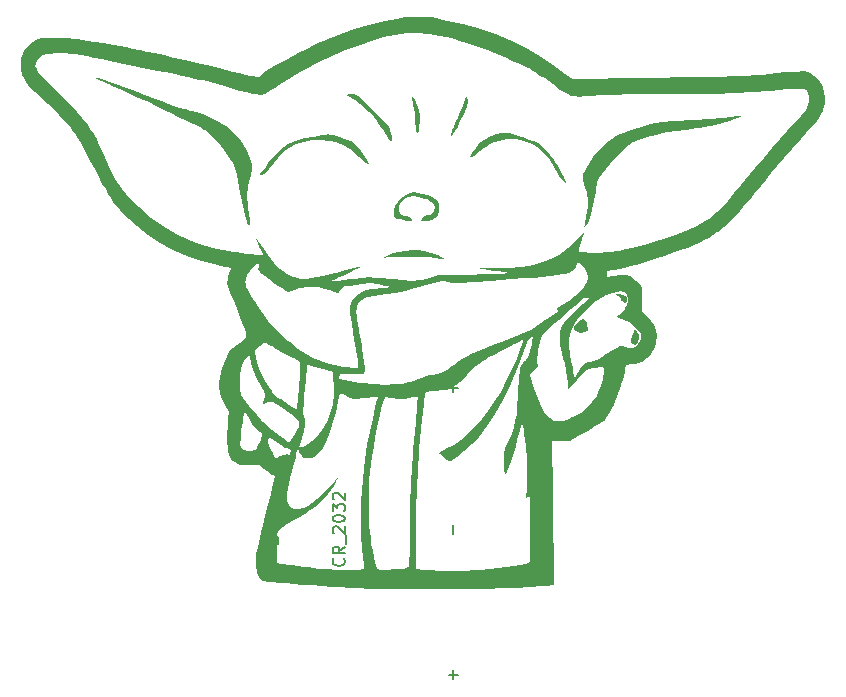
<source format=gbr>
%TF.GenerationSoftware,KiCad,Pcbnew,(6.0.0)*%
%TF.CreationDate,2022-03-29T21:45:28-05:00*%
%TF.ProjectId,Grogu,47726f67-752e-46b6-9963-61645f706362,rev?*%
%TF.SameCoordinates,Original*%
%TF.FileFunction,Legend,Top*%
%TF.FilePolarity,Positive*%
%FSLAX46Y46*%
G04 Gerber Fmt 4.6, Leading zero omitted, Abs format (unit mm)*
G04 Created by KiCad (PCBNEW (6.0.0)) date 2022-03-29 21:45:28*
%MOMM*%
%LPD*%
G01*
G04 APERTURE LIST*
%ADD10C,0.150000*%
G04 APERTURE END LIST*
D10*
%TO.C,BT1*%
X127903571Y-123648866D02*
X127951190Y-123506009D01*
X127998809Y-123458390D01*
X128094047Y-123410771D01*
X128236904Y-123410771D01*
X128332142Y-123458390D01*
X128379761Y-123506009D01*
X128427380Y-123601247D01*
X128427380Y-123982199D01*
X127427380Y-123982199D01*
X127427380Y-123648866D01*
X127475000Y-123553628D01*
X127522619Y-123506009D01*
X127617857Y-123458390D01*
X127713095Y-123458390D01*
X127808333Y-123506009D01*
X127855952Y-123553628D01*
X127903571Y-123648866D01*
X127903571Y-123982199D01*
X127427380Y-123125056D02*
X127427380Y-122553628D01*
X128427380Y-122839342D02*
X127427380Y-122839342D01*
X128427380Y-121696485D02*
X128427380Y-122267913D01*
X128427380Y-121982199D02*
X127427380Y-121982199D01*
X127570238Y-122077437D01*
X127665476Y-122172675D01*
X127713095Y-122267913D01*
X143259628Y-135486904D02*
X143259628Y-134724999D01*
X143640580Y-135105952D02*
X142878676Y-135105952D01*
X143259628Y-123193304D02*
X143259628Y-122431399D01*
X133969542Y-125237742D02*
X134017161Y-125285361D01*
X134064780Y-125428218D01*
X134064780Y-125523456D01*
X134017161Y-125666313D01*
X133921923Y-125761552D01*
X133826685Y-125809171D01*
X133636209Y-125856790D01*
X133493352Y-125856790D01*
X133302876Y-125809171D01*
X133207638Y-125761552D01*
X133112400Y-125666313D01*
X133064780Y-125523456D01*
X133064780Y-125428218D01*
X133112400Y-125285361D01*
X133160019Y-125237742D01*
X134064780Y-124237742D02*
X133588590Y-124571075D01*
X134064780Y-124809171D02*
X133064780Y-124809171D01*
X133064780Y-124428218D01*
X133112400Y-124332980D01*
X133160019Y-124285361D01*
X133255257Y-124237742D01*
X133398114Y-124237742D01*
X133493352Y-124285361D01*
X133540971Y-124332980D01*
X133588590Y-124428218D01*
X133588590Y-124809171D01*
X134160019Y-124047266D02*
X134160019Y-123285361D01*
X133160019Y-123094885D02*
X133112400Y-123047266D01*
X133064780Y-122952028D01*
X133064780Y-122713932D01*
X133112400Y-122618694D01*
X133160019Y-122571075D01*
X133255257Y-122523456D01*
X133350495Y-122523456D01*
X133493352Y-122571075D01*
X134064780Y-123142504D01*
X134064780Y-122523456D01*
X133064780Y-121904409D02*
X133064780Y-121809171D01*
X133112400Y-121713932D01*
X133160019Y-121666313D01*
X133255257Y-121618694D01*
X133445733Y-121571075D01*
X133683828Y-121571075D01*
X133874304Y-121618694D01*
X133969542Y-121666313D01*
X134017161Y-121713932D01*
X134064780Y-121809171D01*
X134064780Y-121904409D01*
X134017161Y-121999647D01*
X133969542Y-122047266D01*
X133874304Y-122094885D01*
X133683828Y-122142504D01*
X133445733Y-122142504D01*
X133255257Y-122094885D01*
X133160019Y-122047266D01*
X133112400Y-121999647D01*
X133064780Y-121904409D01*
X133064780Y-121237742D02*
X133064780Y-120618694D01*
X133445733Y-120952028D01*
X133445733Y-120809171D01*
X133493352Y-120713932D01*
X133540971Y-120666313D01*
X133636209Y-120618694D01*
X133874304Y-120618694D01*
X133969542Y-120666313D01*
X134017161Y-120713932D01*
X134064780Y-120809171D01*
X134064780Y-121094885D01*
X134017161Y-121190123D01*
X133969542Y-121237742D01*
X133160019Y-120237742D02*
X133112400Y-120190123D01*
X133064780Y-120094885D01*
X133064780Y-119856790D01*
X133112400Y-119761552D01*
X133160019Y-119713932D01*
X133255257Y-119666313D01*
X133350495Y-119666313D01*
X133493352Y-119713932D01*
X134064780Y-120285361D01*
X134064780Y-119666313D01*
X143259628Y-111179104D02*
X143259628Y-110417199D01*
X143640580Y-110798152D02*
X142878676Y-110798152D01*
%TO.C,G\u002A\u002A\u002A*%
G36*
X140351129Y-99160022D02*
G01*
X140651199Y-99176148D01*
X140894755Y-99207463D01*
X141122149Y-99259302D01*
X141373735Y-99337002D01*
X141395811Y-99344393D01*
X141703400Y-99455517D01*
X141992490Y-99573647D01*
X142243693Y-99688839D01*
X142437616Y-99791145D01*
X142554869Y-99870621D01*
X142576062Y-99917321D01*
X142528514Y-99925371D01*
X142375462Y-99908581D01*
X142139991Y-99869193D01*
X141876352Y-99816420D01*
X141642045Y-99782062D01*
X141296540Y-99753016D01*
X140865852Y-99729732D01*
X140375995Y-99712661D01*
X139852981Y-99702253D01*
X139322826Y-99698960D01*
X138811543Y-99703233D01*
X138345145Y-99715522D01*
X137949648Y-99736277D01*
X137826081Y-99746230D01*
X137276892Y-99796109D01*
X137646744Y-99623294D01*
X138165783Y-99407955D01*
X138665380Y-99264229D01*
X139191932Y-99182675D01*
X139791832Y-99153852D01*
X139954189Y-99153748D01*
X140351129Y-99160022D01*
G37*
G36*
X157408835Y-102837151D02*
G01*
X157654549Y-102891276D01*
X157845720Y-102981871D01*
X157938763Y-103090135D01*
X157955572Y-103250358D01*
X157927255Y-103418324D01*
X157867726Y-103540972D01*
X157812558Y-103571400D01*
X157701394Y-103532119D01*
X157579730Y-103460054D01*
X157464242Y-103340244D01*
X157425271Y-103236099D01*
X157367850Y-103132861D01*
X157222376Y-103019154D01*
X157167838Y-102988905D01*
X156910406Y-102857921D01*
X157150676Y-102833218D01*
X157408835Y-102837151D01*
G37*
G36*
X147982804Y-89242521D02*
G01*
X148337061Y-89309425D01*
X148748424Y-89430644D01*
X149155961Y-89574197D01*
X149669290Y-89767420D01*
X150073736Y-89931678D01*
X150391510Y-90078803D01*
X150644825Y-90220626D01*
X150855893Y-90368976D01*
X151046927Y-90535684D01*
X151146583Y-90634437D01*
X151288566Y-90801159D01*
X151465167Y-91041026D01*
X151665361Y-91335391D01*
X151878121Y-91665610D01*
X152092421Y-92013038D01*
X152297236Y-92359030D01*
X152481540Y-92684940D01*
X152634306Y-92972124D01*
X152744510Y-93201936D01*
X152801125Y-93355730D01*
X152793125Y-93414863D01*
X152790874Y-93415000D01*
X152724891Y-93372107D01*
X152590670Y-93260674D01*
X152448517Y-93133329D01*
X152227903Y-92884969D01*
X151997944Y-92533710D01*
X151780727Y-92129581D01*
X151421111Y-91496172D01*
X151033507Y-90983107D01*
X150602826Y-90574039D01*
X150113976Y-90252623D01*
X149987866Y-90187471D01*
X149271815Y-89902819D01*
X148554994Y-89752217D01*
X147844453Y-89735725D01*
X147147246Y-89853402D01*
X146470425Y-90105309D01*
X146366854Y-90156858D01*
X146218968Y-90246929D01*
X145995136Y-90399907D01*
X145727081Y-90593507D01*
X145476607Y-90782239D01*
X145215261Y-90978249D01*
X144988765Y-91138745D01*
X144821395Y-91247152D01*
X144737477Y-91286892D01*
X144706744Y-91237389D01*
X144747601Y-91105081D01*
X144845745Y-90914272D01*
X144986869Y-90689269D01*
X145156669Y-90454374D01*
X145340839Y-90233892D01*
X145385499Y-90185917D01*
X145830196Y-89791475D01*
X146309267Y-89515362D01*
X146856274Y-89338611D01*
X146902779Y-89328449D01*
X147301653Y-89255958D01*
X147649665Y-89226007D01*
X147982804Y-89242521D01*
G37*
G36*
X140290546Y-94267168D02*
G01*
X140691386Y-94344419D01*
X141082914Y-94460329D01*
X141435569Y-94604050D01*
X141719790Y-94764730D01*
X141906016Y-94931520D01*
X141940182Y-94984602D01*
X142018176Y-95234071D01*
X142046359Y-95544964D01*
X142025266Y-95858991D01*
X141955431Y-96117865D01*
X141929338Y-96168975D01*
X141733152Y-96376695D01*
X141426166Y-96541638D01*
X141031098Y-96653005D01*
X140854096Y-96680059D01*
X140629850Y-96702028D01*
X140517035Y-96697034D01*
X140491859Y-96661910D01*
X140503903Y-96633445D01*
X140731290Y-96359133D01*
X141056983Y-96169787D01*
X141207841Y-96118443D01*
X141444078Y-96034216D01*
X141580005Y-95939062D01*
X141644628Y-95829548D01*
X141690589Y-95538245D01*
X141608388Y-95267366D01*
X141406946Y-95029691D01*
X141095185Y-94838001D01*
X140900239Y-94763238D01*
X140339156Y-94624453D01*
X139847364Y-94590623D01*
X139431412Y-94661360D01*
X139097850Y-94836278D01*
X139054476Y-94872224D01*
X138782597Y-95164594D01*
X138644868Y-95450204D01*
X138638902Y-95736722D01*
X138717761Y-95953545D01*
X138792872Y-96075065D01*
X138888509Y-96153261D01*
X139042167Y-96207292D01*
X139291336Y-96256315D01*
X139319709Y-96261133D01*
X139508476Y-96330151D01*
X139669108Y-96450173D01*
X139766232Y-96587366D01*
X139771860Y-96693606D01*
X139699370Y-96703817D01*
X139523031Y-96685924D01*
X139272529Y-96643747D01*
X139083454Y-96605002D01*
X138787466Y-96533976D01*
X138535175Y-96461665D01*
X138361823Y-96398762D01*
X138311157Y-96370656D01*
X138235504Y-96231542D01*
X138205896Y-96007546D01*
X138222594Y-95743225D01*
X138285860Y-95483136D01*
X138305649Y-95431876D01*
X138535567Y-95026362D01*
X138847503Y-94685609D01*
X139215588Y-94428844D01*
X139613953Y-94275296D01*
X139909956Y-94239428D01*
X140290546Y-94267168D01*
G37*
G36*
X144436246Y-86203237D02*
G01*
X144468632Y-86410989D01*
X144475968Y-86563986D01*
X144473945Y-86697826D01*
X144455772Y-86831704D01*
X144413764Y-86986014D01*
X144340239Y-87181150D01*
X144227513Y-87437507D01*
X144067903Y-87775479D01*
X143854016Y-88214865D01*
X143616861Y-88688495D01*
X143420182Y-89059964D01*
X143267669Y-89322803D01*
X143163010Y-89470546D01*
X143119743Y-89502028D01*
X143062902Y-89486799D01*
X143051981Y-89419675D01*
X143086483Y-89268501D01*
X143114635Y-89171419D01*
X143181588Y-88983715D01*
X143294109Y-88707967D01*
X143437246Y-88379370D01*
X143596046Y-88033118D01*
X143617731Y-87987230D01*
X143780919Y-87627578D01*
X143931895Y-87266629D01*
X144054569Y-86944681D01*
X144132847Y-86702036D01*
X144136508Y-86688046D01*
X144229850Y-86372074D01*
X144313295Y-86185080D01*
X144383280Y-86128368D01*
X144436246Y-86203237D01*
G37*
G36*
X126994826Y-123030698D02*
G01*
X127150042Y-122414859D01*
X127336126Y-121680231D01*
X127351610Y-121619155D01*
X127515627Y-120970928D01*
X127668873Y-120362801D01*
X127808108Y-119807811D01*
X127930090Y-119318994D01*
X128031578Y-118909389D01*
X128109330Y-118592032D01*
X128160105Y-118379960D01*
X128180662Y-118286212D01*
X128180946Y-118283399D01*
X128121647Y-118225622D01*
X127973127Y-118158511D01*
X127907736Y-118137039D01*
X127702505Y-118039460D01*
X127449988Y-117866066D01*
X127225524Y-117676520D01*
X126816521Y-117297855D01*
X126142923Y-117343589D01*
X125674124Y-117359468D01*
X125307671Y-117330585D01*
X125013947Y-117250075D01*
X124763334Y-117111076D01*
X124612717Y-116989000D01*
X124444695Y-116815306D01*
X124319441Y-116624772D01*
X124231208Y-116394681D01*
X124174251Y-116102313D01*
X124142822Y-115724950D01*
X124135976Y-115439808D01*
X125235769Y-115439808D01*
X125236500Y-115636240D01*
X125258049Y-115758614D01*
X125304176Y-115838226D01*
X125340592Y-115874422D01*
X125576204Y-116016882D01*
X125867689Y-116100040D01*
X126167968Y-116118877D01*
X126429961Y-116068373D01*
X126548549Y-116003208D01*
X126645228Y-115880661D01*
X126762232Y-115667440D01*
X126881989Y-115404835D01*
X126942255Y-115249371D01*
X127569833Y-115249371D01*
X127588493Y-115452450D01*
X127645863Y-115668027D01*
X127654794Y-115691487D01*
X127734356Y-115873779D01*
X127842687Y-116097682D01*
X127962458Y-116330492D01*
X128076342Y-116539501D01*
X128167010Y-116692004D01*
X128217134Y-116755294D01*
X128218541Y-116755541D01*
X128294582Y-116726952D01*
X128452868Y-116653298D01*
X128592838Y-116583919D01*
X128919051Y-116450017D01*
X129165812Y-116417781D01*
X129324804Y-116485237D01*
X129384863Y-116490901D01*
X129442107Y-116373601D01*
X129467012Y-116285276D01*
X129505683Y-116111103D01*
X129488653Y-116026147D01*
X129394091Y-115986569D01*
X129309946Y-115969916D01*
X129162479Y-115915471D01*
X129025372Y-115845946D01*
X130172061Y-115845946D01*
X130227992Y-115867764D01*
X130371952Y-115844291D01*
X130565673Y-115784087D01*
X130706757Y-115726329D01*
X130964492Y-115571018D01*
X131267734Y-115327855D01*
X131587396Y-115024258D01*
X131894392Y-114687641D01*
X132135292Y-114379849D01*
X132549001Y-113702795D01*
X132852145Y-112977898D01*
X133047373Y-112193940D01*
X133137335Y-111339699D01*
X133124681Y-110403957D01*
X133112889Y-110240644D01*
X133087320Y-109946626D01*
X133616091Y-109946626D01*
X133673623Y-110025368D01*
X133825470Y-110079898D01*
X133857551Y-110088353D01*
X134122225Y-110146541D01*
X134489814Y-110213036D01*
X134926570Y-110282975D01*
X135398746Y-110351492D01*
X135872593Y-110413723D01*
X136314362Y-110464802D01*
X136690307Y-110499867D01*
X136735605Y-110503209D01*
X137509361Y-110534179D01*
X138223257Y-110508669D01*
X138924460Y-110427301D01*
X139184829Y-110373942D01*
X139526723Y-110284479D01*
X139903460Y-110171934D01*
X140228784Y-110063422D01*
X140596114Y-109940730D01*
X140968457Y-109828347D01*
X141299655Y-109739557D01*
X141522379Y-109691145D01*
X141852937Y-109624690D01*
X142134951Y-109541366D01*
X142400991Y-109425341D01*
X142683631Y-109260782D01*
X143015444Y-109031853D01*
X143276013Y-108838702D01*
X143506999Y-108668125D01*
X143728665Y-108514051D01*
X143954829Y-108369855D01*
X144199311Y-108228913D01*
X144475926Y-108084600D01*
X144798494Y-107930293D01*
X145180833Y-107759368D01*
X145636759Y-107565201D01*
X146180092Y-107341167D01*
X146824648Y-107080643D01*
X147539865Y-106794690D01*
X149839595Y-105878149D01*
X151032144Y-105089509D01*
X151429383Y-104825911D01*
X151724239Y-104626664D01*
X151929319Y-104481097D01*
X152057231Y-104378543D01*
X152120582Y-104308332D01*
X152131980Y-104259796D01*
X152104032Y-104222266D01*
X152078663Y-104203909D01*
X152015455Y-104153896D01*
X152007265Y-104105435D01*
X152070655Y-104041180D01*
X152222188Y-103943790D01*
X152456158Y-103808605D01*
X153045677Y-103439376D01*
X153560880Y-103049592D01*
X153991229Y-102650731D01*
X154326187Y-102254273D01*
X154555215Y-101871694D01*
X154667778Y-101514472D01*
X154677817Y-101388619D01*
X154612958Y-101039898D01*
X154412983Y-100693160D01*
X154156218Y-100416895D01*
X153946026Y-100245344D01*
X153807046Y-100186715D01*
X153733648Y-100240152D01*
X153718243Y-100350177D01*
X153659426Y-100525510D01*
X153503515Y-100721366D01*
X153281320Y-100908357D01*
X153023655Y-101057099D01*
X152941805Y-101090697D01*
X152754926Y-101138103D01*
X152438477Y-101191793D01*
X152000007Y-101250996D01*
X151447063Y-101314940D01*
X150787190Y-101382853D01*
X150027937Y-101453963D01*
X149176850Y-101527500D01*
X148241477Y-101602691D01*
X147229364Y-101678765D01*
X147093649Y-101688600D01*
X146579307Y-101726183D01*
X146033756Y-101766847D01*
X145499997Y-101807331D01*
X145021036Y-101844377D01*
X144668877Y-101872367D01*
X144182748Y-101905922D01*
X143785305Y-101917883D01*
X143429616Y-101908068D01*
X143068748Y-101876292D01*
X142979170Y-101865747D01*
X142272613Y-101779394D01*
X140976104Y-102125195D01*
X140012361Y-102372199D01*
X139146291Y-102571831D01*
X138349004Y-102729943D01*
X137591613Y-102852389D01*
X137030719Y-102924528D01*
X136488595Y-102999575D01*
X136064416Y-103090429D01*
X135739054Y-103204974D01*
X135493387Y-103351091D01*
X135308289Y-103536663D01*
X135217341Y-103671936D01*
X135145219Y-103811824D01*
X135093871Y-103961366D01*
X135064277Y-104136086D01*
X135057417Y-104351504D01*
X135074269Y-104623146D01*
X135115814Y-104966532D01*
X135183030Y-105397187D01*
X135276898Y-105930632D01*
X135398395Y-106582390D01*
X135402264Y-106602804D01*
X135545411Y-107392881D01*
X135653774Y-108068174D01*
X135727021Y-108625431D01*
X135764816Y-109061400D01*
X135766827Y-109372829D01*
X135732720Y-109556467D01*
X135709105Y-109593199D01*
X135621224Y-109613446D01*
X135423206Y-109626748D01*
X135142040Y-109633012D01*
X134804716Y-109632142D01*
X134438223Y-109624045D01*
X134069551Y-109608627D01*
X133913108Y-109599468D01*
X133736476Y-109595902D01*
X133653969Y-109635185D01*
X133623122Y-109746263D01*
X133617281Y-109801123D01*
X133616091Y-109946626D01*
X133087320Y-109946626D01*
X133085568Y-109926477D01*
X133058746Y-109666187D01*
X133035626Y-109488121D01*
X133020255Y-109421156D01*
X132948903Y-109393980D01*
X132774144Y-109338891D01*
X132522959Y-109263581D01*
X132222329Y-109175743D01*
X131899234Y-109083069D01*
X131580655Y-108993252D01*
X131293572Y-108913983D01*
X131064966Y-108852955D01*
X130921817Y-108817861D01*
X130886850Y-108812909D01*
X130878598Y-108882049D01*
X130860143Y-109071236D01*
X130833011Y-109363721D01*
X130798725Y-109742757D01*
X130758812Y-110191596D01*
X130714794Y-110693487D01*
X130696198Y-110907432D01*
X130645213Y-111502827D01*
X130606535Y-111977133D01*
X130579630Y-112345958D01*
X130563967Y-112624908D01*
X130559011Y-112829590D01*
X130564231Y-112975611D01*
X130579094Y-113078579D01*
X130603066Y-113154100D01*
X130618376Y-113186591D01*
X130714182Y-113511784D01*
X130715419Y-113934459D01*
X130622028Y-114455255D01*
X130446352Y-115039325D01*
X130341039Y-115344029D01*
X130254426Y-115597022D01*
X130195216Y-115772710D01*
X130172112Y-115845500D01*
X130172061Y-115845946D01*
X129025372Y-115845946D01*
X128935113Y-115800177D01*
X128660567Y-115641724D01*
X128410101Y-115483390D01*
X128138086Y-115308681D01*
X127903034Y-115166315D01*
X127730985Y-115071502D01*
X127649850Y-115039325D01*
X127590185Y-115098445D01*
X127569833Y-115249371D01*
X126942255Y-115249371D01*
X126986927Y-115134134D01*
X127059474Y-114896628D01*
X127082568Y-114748402D01*
X127030508Y-114656850D01*
X126896566Y-114525185D01*
X126774367Y-114429374D01*
X126423708Y-114106488D01*
X126115887Y-113683157D01*
X125923899Y-113308283D01*
X125807577Y-113078958D01*
X125694572Y-112927218D01*
X125601170Y-112869699D01*
X125544390Y-112920647D01*
X125510838Y-113070556D01*
X125467837Y-113325340D01*
X125419571Y-113653254D01*
X125370224Y-114022554D01*
X125323981Y-114401496D01*
X125285026Y-114758337D01*
X125257544Y-115061331D01*
X125252095Y-115138021D01*
X125235769Y-115439808D01*
X124135976Y-115439808D01*
X124131175Y-115239873D01*
X124130676Y-115083232D01*
X124136286Y-114656842D01*
X124151637Y-114218889D01*
X124174514Y-113815950D01*
X124202698Y-113494600D01*
X124208639Y-113445294D01*
X124286602Y-112837371D01*
X123882914Y-112047145D01*
X123713656Y-111710177D01*
X123598353Y-111458968D01*
X123525681Y-111258491D01*
X123484318Y-111073720D01*
X123462939Y-110869627D01*
X123455001Y-110723465D01*
X123459897Y-110371217D01*
X125195759Y-110371217D01*
X125200483Y-110741672D01*
X125216664Y-111010332D01*
X125249010Y-111212533D01*
X125302228Y-111383611D01*
X125343519Y-111480337D01*
X125467672Y-111694086D01*
X125673528Y-111983270D01*
X125944307Y-112327664D01*
X126263225Y-112707043D01*
X126613500Y-113101182D01*
X126978350Y-113489855D01*
X127185878Y-113700676D01*
X127390342Y-113893802D01*
X127648115Y-114121414D01*
X127940123Y-114368433D01*
X128247287Y-114619783D01*
X128550532Y-114860385D01*
X128830782Y-115075161D01*
X129068960Y-115249035D01*
X129245990Y-115366928D01*
X129342796Y-115413763D01*
X129351987Y-115412746D01*
X129401459Y-115349126D01*
X129507278Y-115192637D01*
X129653628Y-114967211D01*
X129815366Y-114711683D01*
X130028149Y-114354900D01*
X130163029Y-114081442D01*
X130227937Y-113867476D01*
X130230805Y-113689171D01*
X130197098Y-113564724D01*
X130124765Y-113482012D01*
X129962576Y-113345684D01*
X129736257Y-113176231D01*
X129527774Y-113031567D01*
X129229372Y-112827568D01*
X128934906Y-112620031D01*
X128686866Y-112439183D01*
X128576656Y-112354997D01*
X128247977Y-112127094D01*
X127958006Y-112007361D01*
X127669654Y-111989488D01*
X127345833Y-112067165D01*
X127203439Y-112121374D01*
X127139292Y-112137473D01*
X127128814Y-112095059D01*
X127174175Y-111968809D01*
X127226923Y-111847196D01*
X127317306Y-111579329D01*
X127326474Y-111334977D01*
X127247814Y-111079579D01*
X127074712Y-110778574D01*
X127002142Y-110672452D01*
X126630718Y-110065303D01*
X126342588Y-109431173D01*
X126157400Y-108813477D01*
X126154397Y-108799279D01*
X126096891Y-108524487D01*
X126046451Y-108283392D01*
X126013005Y-108123449D01*
X126010573Y-108111811D01*
X125985679Y-108028862D01*
X125945742Y-108020772D01*
X125870119Y-108100415D01*
X125738167Y-108280665D01*
X125736851Y-108282515D01*
X125487081Y-108712894D01*
X125317648Y-109198146D01*
X125222605Y-109761228D01*
X125195759Y-110371217D01*
X123459897Y-110371217D01*
X123460374Y-110336870D01*
X123515204Y-109928504D01*
X123625267Y-109474149D01*
X123796342Y-108949590D01*
X124013948Y-108380782D01*
X124265041Y-107756775D01*
X126485379Y-107756775D01*
X126499904Y-107882804D01*
X126639634Y-108605864D01*
X126811984Y-109217025D01*
X127026044Y-109739653D01*
X127290903Y-110197117D01*
X127517430Y-110498377D01*
X127682860Y-110716786D01*
X127815101Y-110925341D01*
X127881273Y-111067755D01*
X127929230Y-111161720D01*
X128031029Y-111276342D01*
X128200869Y-111423515D01*
X128452947Y-111615137D01*
X128801463Y-111863102D01*
X128970406Y-111980284D01*
X129336223Y-112231146D01*
X129605266Y-112410507D01*
X129792648Y-112526443D01*
X129913479Y-112587028D01*
X129982872Y-112600338D01*
X130015937Y-112574446D01*
X130024599Y-112543609D01*
X130036788Y-112437562D01*
X130058562Y-112214419D01*
X130088131Y-111893910D01*
X130123706Y-111495763D01*
X130163497Y-111039709D01*
X130203032Y-110577163D01*
X130250495Y-109998935D01*
X130284195Y-109543203D01*
X130304655Y-109195911D01*
X130312396Y-108943000D01*
X130307941Y-108770416D01*
X130291812Y-108664102D01*
X130275599Y-108624338D01*
X130174486Y-108532987D01*
X129984136Y-108417138D01*
X129743885Y-108300442D01*
X129719599Y-108290046D01*
X129491114Y-108182255D01*
X129180482Y-108020123D01*
X128821870Y-107822250D01*
X128449450Y-107607239D01*
X128286867Y-107510094D01*
X127917471Y-107287029D01*
X127643215Y-107130021D01*
X127440248Y-107036630D01*
X127284720Y-107004416D01*
X127152780Y-107030940D01*
X127020578Y-107113760D01*
X126864264Y-107250436D01*
X126753395Y-107353202D01*
X126587149Y-107515714D01*
X126504969Y-107635282D01*
X126485379Y-107756775D01*
X124265041Y-107756775D01*
X124302298Y-107664186D01*
X124951879Y-107161808D01*
X125210239Y-106958595D01*
X125429315Y-106779914D01*
X125585485Y-106645459D01*
X125654477Y-106575999D01*
X125697471Y-106464408D01*
X125705630Y-106309189D01*
X125675571Y-106099782D01*
X125603913Y-105825624D01*
X125487273Y-105476154D01*
X125322270Y-105040810D01*
X125105522Y-104509032D01*
X124833648Y-103870257D01*
X124660842Y-103472808D01*
X124441775Y-102955920D01*
X124283859Y-102537234D01*
X124183527Y-102193863D01*
X124137212Y-101902920D01*
X124138174Y-101842123D01*
X125657261Y-101842123D01*
X125677535Y-102025011D01*
X125743243Y-102236033D01*
X125862452Y-102494658D01*
X126043228Y-102820356D01*
X126293637Y-103232598D01*
X126379135Y-103369055D01*
X126821597Y-104056193D01*
X127223529Y-104642440D01*
X127604176Y-105150506D01*
X127982788Y-105603100D01*
X128378612Y-106022932D01*
X128810895Y-106432710D01*
X129298885Y-106855145D01*
X129416622Y-106952852D01*
X130096284Y-107481060D01*
X130745542Y-107911981D01*
X131395905Y-108259907D01*
X132078881Y-108539135D01*
X132825977Y-108763960D01*
X133668702Y-108948676D01*
X133913108Y-108992898D01*
X134375981Y-109068839D01*
X134721085Y-109113285D01*
X134964200Y-109126615D01*
X135121102Y-109109210D01*
X135207570Y-109061447D01*
X135230017Y-109024527D01*
X135228465Y-108932060D01*
X135204197Y-108721589D01*
X135159820Y-108410055D01*
X135097945Y-108014395D01*
X135021178Y-107551549D01*
X134932129Y-107038455D01*
X134875469Y-106722237D01*
X134747576Y-106003415D01*
X134648262Y-105404003D01*
X134578056Y-104909007D01*
X134537488Y-104503435D01*
X134527087Y-104172293D01*
X134547381Y-103900590D01*
X134598901Y-103673333D01*
X134682175Y-103475529D01*
X134797733Y-103292186D01*
X134946103Y-103108310D01*
X135005390Y-103041599D01*
X135243923Y-102821886D01*
X135524906Y-102655928D01*
X135872939Y-102534662D01*
X136312623Y-102449027D01*
X136746816Y-102400089D01*
X137086320Y-102367103D01*
X137394073Y-102331759D01*
X137633431Y-102298590D01*
X137757433Y-102275054D01*
X137963379Y-102221058D01*
X137688784Y-102171081D01*
X137485164Y-102133196D01*
X137203991Y-102079843D01*
X136902460Y-102021884D01*
X136871075Y-102015805D01*
X136187875Y-101946916D01*
X135489181Y-101993386D01*
X134967838Y-102108183D01*
X134627804Y-102175391D01*
X134337251Y-102172136D01*
X134047843Y-102177095D01*
X133829122Y-102299152D01*
X133675041Y-102539953D01*
X133603078Y-102683428D01*
X133544729Y-102750541D01*
X133540701Y-102751217D01*
X133460640Y-102729718D01*
X133279563Y-102671445D01*
X133025776Y-102585736D01*
X132776732Y-102499233D01*
X132436655Y-102384100D01*
X132171179Y-102310201D01*
X131927208Y-102268325D01*
X131651647Y-102249265D01*
X131304460Y-102243866D01*
X130944313Y-102246557D01*
X130675331Y-102262975D01*
X130451553Y-102299981D01*
X130227016Y-102364433D01*
X130034460Y-102433414D01*
X129770634Y-102529772D01*
X129540971Y-102609206D01*
X129388459Y-102656940D01*
X129371997Y-102661148D01*
X129281167Y-102649730D01*
X129126549Y-102581759D01*
X128897233Y-102450925D01*
X128582304Y-102250916D01*
X128170850Y-101975421D01*
X128085159Y-101916962D01*
X127644995Y-101611643D01*
X127309062Y-101365275D01*
X127065150Y-101164062D01*
X126901049Y-100994210D01*
X126804550Y-100841922D01*
X126763442Y-100693403D01*
X126765517Y-100534858D01*
X126779918Y-100442213D01*
X126826795Y-100192336D01*
X126615715Y-100317024D01*
X126319513Y-100552430D01*
X126044172Y-100878140D01*
X125822102Y-101247649D01*
X125685711Y-101614449D01*
X125674355Y-101667898D01*
X125657261Y-101842123D01*
X124138174Y-101842123D01*
X124141347Y-101641519D01*
X124192366Y-101386774D01*
X124286703Y-101115799D01*
X124291612Y-101103591D01*
X124377753Y-100884215D01*
X124436129Y-100723623D01*
X124454703Y-100655023D01*
X124454365Y-100654599D01*
X124386049Y-100636684D01*
X124206464Y-100593168D01*
X123938103Y-100529408D01*
X123603459Y-100450759D01*
X123341216Y-100389574D01*
X121956290Y-100023681D01*
X120683334Y-99594011D01*
X119509465Y-99093904D01*
X118421802Y-98516703D01*
X117407464Y-97855750D01*
X116453569Y-97104386D01*
X115767379Y-96474909D01*
X115443171Y-96155715D01*
X115162139Y-95869289D01*
X114914118Y-95600578D01*
X114688939Y-95334529D01*
X114476438Y-95056089D01*
X114266446Y-94750207D01*
X114048798Y-94401829D01*
X113813327Y-93995902D01*
X113549865Y-93517375D01*
X113248247Y-92951194D01*
X112898306Y-92282307D01*
X112773374Y-92042028D01*
X112440746Y-91402964D01*
X112162064Y-90871416D01*
X111928781Y-90432652D01*
X111732353Y-90071935D01*
X111564231Y-89774534D01*
X111415869Y-89525713D01*
X111278721Y-89310738D01*
X111144241Y-89114877D01*
X111003881Y-88923394D01*
X110849096Y-88721556D01*
X110842102Y-88712568D01*
X110609617Y-88435127D01*
X110287865Y-88082642D01*
X109891490Y-87669804D01*
X109435139Y-87211305D01*
X108933456Y-86721836D01*
X108401088Y-86216090D01*
X107852680Y-85708757D01*
X107798816Y-85659681D01*
X107487275Y-85369586D01*
X107260171Y-85138902D01*
X107094991Y-84940948D01*
X106969220Y-84749042D01*
X106872059Y-84561450D01*
X106769324Y-84330444D01*
X106706124Y-84135266D01*
X106673090Y-83927388D01*
X106660855Y-83658281D01*
X106659941Y-83515113D01*
X107879017Y-83515113D01*
X107912698Y-83660678D01*
X107996016Y-83831304D01*
X108137290Y-84037701D01*
X108344842Y-84290575D01*
X108626991Y-84600636D01*
X108992058Y-84978592D01*
X109448361Y-85435150D01*
X109586157Y-85571189D01*
X110278979Y-86260911D01*
X110877896Y-86875030D01*
X111393172Y-87427388D01*
X111835067Y-87931824D01*
X112213844Y-88402180D01*
X112539765Y-88852294D01*
X112823092Y-89296008D01*
X113074086Y-89747161D01*
X113303011Y-90219594D01*
X113520128Y-90727148D01*
X113646119Y-91046792D01*
X114111443Y-92131975D01*
X114634669Y-93106695D01*
X115228640Y-93990185D01*
X115906200Y-94801674D01*
X116631134Y-95516310D01*
X117660695Y-96384776D01*
X118692464Y-97126524D01*
X119745996Y-97751033D01*
X120840848Y-98267782D01*
X121996577Y-98686250D01*
X123232737Y-99015917D01*
X124267973Y-99217947D01*
X124600361Y-99270383D01*
X124983307Y-99325440D01*
X125393684Y-99380401D01*
X125808368Y-99432549D01*
X126204231Y-99479168D01*
X126558147Y-99517538D01*
X126846990Y-99544945D01*
X127047633Y-99558669D01*
X127136951Y-99555995D01*
X127138338Y-99555200D01*
X127118503Y-99491345D01*
X127048028Y-99331577D01*
X126938911Y-99102159D01*
X126841532Y-98905369D01*
X126684024Y-98570064D01*
X126598667Y-98341567D01*
X126582302Y-98223365D01*
X126631769Y-98218943D01*
X126743908Y-98331786D01*
X126915559Y-98565381D01*
X127014083Y-98715045D01*
X127205288Y-99013635D01*
X127400325Y-99318357D01*
X127566382Y-99577942D01*
X127614411Y-99653069D01*
X128041858Y-100222268D01*
X128544809Y-100697174D01*
X128877219Y-100938534D01*
X129188377Y-101135372D01*
X129481893Y-101294005D01*
X129771886Y-101414156D01*
X130072476Y-101495548D01*
X130397780Y-101537904D01*
X130761917Y-101540949D01*
X131179006Y-101504407D01*
X131663164Y-101427999D01*
X132228511Y-101311452D01*
X132889165Y-101154487D01*
X133659245Y-100956828D01*
X134114635Y-100835995D01*
X134515635Y-100730625D01*
X134869508Y-100641165D01*
X135155627Y-100572542D01*
X135353367Y-100529679D01*
X135442099Y-100517501D01*
X135444603Y-100518477D01*
X135397286Y-100556637D01*
X135246684Y-100640540D01*
X135014409Y-100758906D01*
X134722071Y-100900459D01*
X134625238Y-100946064D01*
X134263349Y-101116149D01*
X133900191Y-101288075D01*
X133577214Y-101442148D01*
X133335865Y-101558671D01*
X133329595Y-101561735D01*
X132883379Y-101779881D01*
X133148064Y-101785008D01*
X133366336Y-101769900D01*
X133640448Y-101725610D01*
X133811198Y-101686887D01*
X134099329Y-101629302D01*
X134397246Y-101595736D01*
X134541917Y-101591851D01*
X134815083Y-101581410D01*
X135121165Y-101545526D01*
X135243965Y-101523477D01*
X135623150Y-101472589D01*
X136105730Y-101450875D01*
X136661093Y-101457621D01*
X137258628Y-101492110D01*
X137867725Y-101553629D01*
X138146660Y-101591290D01*
X138990672Y-101689813D01*
X139734911Y-101720417D01*
X140399425Y-101682223D01*
X141004259Y-101574353D01*
X141430135Y-101447422D01*
X142082298Y-101218093D01*
X144244730Y-101206436D01*
X144902222Y-101200637D01*
X145530983Y-101190802D01*
X146117519Y-101177478D01*
X146648340Y-101161214D01*
X147109953Y-101142561D01*
X147488868Y-101122065D01*
X147771592Y-101100276D01*
X147944635Y-101077743D01*
X147994503Y-101055015D01*
X147993595Y-101053955D01*
X147919395Y-101036067D01*
X147730930Y-101004139D01*
X147450130Y-100961505D01*
X147098923Y-100911499D01*
X146711817Y-100859115D01*
X146205683Y-100791112D01*
X145822255Y-100736112D01*
X145563235Y-100692942D01*
X145430329Y-100660430D01*
X145425240Y-100637404D01*
X145549672Y-100622691D01*
X145805329Y-100615119D01*
X146193914Y-100613516D01*
X146717133Y-100616711D01*
X147059325Y-100620050D01*
X148023293Y-100608793D01*
X148880986Y-100551038D01*
X149656560Y-100443158D01*
X150374173Y-100281528D01*
X151057981Y-100062521D01*
X151242141Y-99992216D01*
X151741569Y-99777755D01*
X152173136Y-99548680D01*
X152571291Y-99281341D01*
X152970481Y-98952087D01*
X153405153Y-98537267D01*
X153497842Y-98443517D01*
X153760330Y-98179516D01*
X153988467Y-97956672D01*
X154165612Y-97790714D01*
X154275124Y-97697368D01*
X154302324Y-97683225D01*
X154294520Y-97756279D01*
X154251424Y-97933259D01*
X154180106Y-98187497D01*
X154088946Y-98488136D01*
X153997097Y-98793037D01*
X153927257Y-99047684D01*
X153886326Y-99225190D01*
X153880985Y-99298462D01*
X153957433Y-99309679D01*
X154149217Y-99319965D01*
X154434376Y-99328656D01*
X154790949Y-99335086D01*
X155196975Y-99338590D01*
X155207196Y-99338633D01*
X155699614Y-99338283D01*
X156091322Y-99330761D01*
X156418841Y-99313166D01*
X156718691Y-99282596D01*
X157027393Y-99236147D01*
X157381468Y-99170919D01*
X157425271Y-99162372D01*
X158420699Y-98946973D01*
X159423782Y-98691331D01*
X160415503Y-98402281D01*
X161376843Y-98086659D01*
X162288784Y-97751300D01*
X163132307Y-97403041D01*
X163888394Y-97048718D01*
X164538028Y-96695165D01*
X164866557Y-96487759D01*
X165192634Y-96241419D01*
X165567028Y-95908244D01*
X165994616Y-95483084D01*
X166480275Y-94960790D01*
X167028883Y-94336212D01*
X167645317Y-93604200D01*
X167959972Y-93221437D01*
X168785169Y-92216912D01*
X169542116Y-91308520D01*
X170243474Y-90481473D01*
X170901903Y-89720980D01*
X171530065Y-89012251D01*
X172105162Y-88379037D01*
X172402521Y-88051604D01*
X172676568Y-87742454D01*
X172910107Y-87471566D01*
X173085942Y-87258919D01*
X173186878Y-87124492D01*
X173192257Y-87116011D01*
X173326093Y-86812601D01*
X173390657Y-86475828D01*
X173387885Y-86140738D01*
X173319713Y-85842378D01*
X173188079Y-85615794D01*
X173105413Y-85544438D01*
X173028581Y-85508303D01*
X172915834Y-85482452D01*
X172755422Y-85467286D01*
X172535597Y-85463211D01*
X172244613Y-85470629D01*
X171870721Y-85489945D01*
X171402173Y-85521563D01*
X170827222Y-85565886D01*
X170134119Y-85623317D01*
X169680800Y-85662150D01*
X168970579Y-85719129D01*
X168242117Y-85768395D01*
X167481682Y-85810357D01*
X166675542Y-85845426D01*
X165809964Y-85874011D01*
X164871217Y-85896523D01*
X163845568Y-85913371D01*
X162719286Y-85924965D01*
X161478637Y-85931715D01*
X160583108Y-85933725D01*
X159833779Y-85935721D01*
X159105371Y-85939816D01*
X158413137Y-85945781D01*
X157772329Y-85953389D01*
X157198200Y-85962412D01*
X156706003Y-85972622D01*
X156310990Y-85983791D01*
X156028414Y-85995691D01*
X155915000Y-86003459D01*
X155530381Y-86035354D01*
X155076548Y-86068625D01*
X154621445Y-86098461D01*
X154363501Y-86113388D01*
X153911158Y-86129334D01*
X153555279Y-86114373D01*
X153256459Y-86057331D01*
X152975291Y-85947035D01*
X152672368Y-85772313D01*
X152328401Y-85536369D01*
X152049826Y-85338960D01*
X151718654Y-85106540D01*
X151356867Y-84854293D01*
X150986444Y-84597405D01*
X150629369Y-84351060D01*
X150307621Y-84130443D01*
X150043182Y-83950739D01*
X149858032Y-83827133D01*
X149801754Y-83790920D01*
X149663323Y-83717007D01*
X149419517Y-83599691D01*
X149091688Y-83448393D01*
X148701191Y-83272534D01*
X148269379Y-83081532D01*
X147817606Y-82884808D01*
X147367225Y-82691781D01*
X146939591Y-82511871D01*
X146556056Y-82354499D01*
X146441487Y-82308592D01*
X145916555Y-82107705D01*
X145323897Y-81894007D01*
X144703712Y-81681031D01*
X144096198Y-81482310D01*
X143541552Y-81311376D01*
X143146352Y-81199283D01*
X142136321Y-80963921D01*
X141173524Y-80815998D01*
X140234937Y-80756666D01*
X139297541Y-80787075D01*
X138338313Y-80908378D01*
X137334231Y-81121725D01*
X136262276Y-81428269D01*
X135847346Y-81564356D01*
X133911540Y-82286735D01*
X132053625Y-83119734D01*
X130264337Y-84067883D01*
X128534413Y-85135714D01*
X128501795Y-85157366D01*
X128147447Y-85389948D01*
X127819674Y-85599613D01*
X127540393Y-85772764D01*
X127331524Y-85895806D01*
X127216595Y-85954546D01*
X127067461Y-85986449D01*
X126861055Y-85986427D01*
X126584773Y-85952082D01*
X126226013Y-85881017D01*
X125772171Y-85770836D01*
X125210645Y-85619142D01*
X124725718Y-85480881D01*
X124196429Y-85330728D01*
X123590895Y-85164138D01*
X122966416Y-84996561D01*
X122380288Y-84843449D01*
X122071216Y-84765044D01*
X121792449Y-84698876D01*
X121397727Y-84610285D01*
X120901361Y-84502174D01*
X120317666Y-84377448D01*
X119660955Y-84239010D01*
X118945541Y-84089763D01*
X118185737Y-83932611D01*
X117395857Y-83770457D01*
X116590213Y-83606206D01*
X115783119Y-83442760D01*
X114988889Y-83283024D01*
X114221834Y-83129901D01*
X113496269Y-82986294D01*
X112826506Y-82855107D01*
X112226859Y-82739244D01*
X111711642Y-82641608D01*
X111295166Y-82565103D01*
X110991747Y-82512633D01*
X110889227Y-82496656D01*
X110448293Y-82451866D01*
X109977361Y-82437163D01*
X109511237Y-82450726D01*
X109084731Y-82490736D01*
X108732651Y-82555373D01*
X108536710Y-82619650D01*
X108216140Y-82825828D01*
X107988783Y-83108551D01*
X107886652Y-83383902D01*
X107879017Y-83515113D01*
X106659941Y-83515113D01*
X106659595Y-83460946D01*
X106664492Y-83133406D01*
X106684771Y-82897161D01*
X106728819Y-82706387D01*
X106805018Y-82515261D01*
X106849784Y-82421502D01*
X107119188Y-82006385D01*
X107487293Y-81630820D01*
X107915500Y-81333786D01*
X107939932Y-81320553D01*
X108050011Y-81265506D01*
X108159079Y-81224893D01*
X108289402Y-81196585D01*
X108463250Y-81178455D01*
X108702891Y-81168372D01*
X109030592Y-81164210D01*
X109468622Y-81163838D01*
X109577162Y-81164043D01*
X109988048Y-81167068D01*
X110360100Y-81175835D01*
X110713336Y-81192653D01*
X111067773Y-81219827D01*
X111443428Y-81259666D01*
X111860317Y-81314477D01*
X112338458Y-81386567D01*
X112897869Y-81478242D01*
X113558565Y-81591811D01*
X114073649Y-81682322D01*
X114568154Y-81771329D01*
X115065967Y-81864498D01*
X115578348Y-81964307D01*
X116116555Y-82073234D01*
X116691848Y-82193757D01*
X117315485Y-82328355D01*
X117998726Y-82479505D01*
X118752831Y-82649684D01*
X119589057Y-82841372D01*
X120518665Y-83057046D01*
X121552913Y-83299184D01*
X122703060Y-83570264D01*
X123386408Y-83731949D01*
X124030588Y-83884034D01*
X124635814Y-84025947D01*
X125188607Y-84154594D01*
X125675488Y-84266886D01*
X126082978Y-84359731D01*
X126397597Y-84430038D01*
X126605866Y-84474715D01*
X126694305Y-84490671D01*
X126694711Y-84490676D01*
X126795578Y-84447785D01*
X126962172Y-84334898D01*
X127159844Y-84175694D01*
X127175333Y-84162216D01*
X127379596Y-84008171D01*
X127691258Y-83805627D01*
X128093120Y-83563760D01*
X128567984Y-83291744D01*
X129098653Y-82998753D01*
X129667928Y-82693962D01*
X130258611Y-82386545D01*
X130853504Y-82085678D01*
X131435407Y-81800534D01*
X131987125Y-81540289D01*
X132491457Y-81314115D01*
X132608784Y-81263689D01*
X133709130Y-80829142D01*
X134876303Y-80435069D01*
X136130929Y-80075227D01*
X137493636Y-79743376D01*
X137997703Y-79633161D01*
X138450347Y-79538759D01*
X138808241Y-79471048D01*
X139110399Y-79425780D01*
X139395835Y-79398709D01*
X139703566Y-79385585D01*
X140072605Y-79382162D01*
X140297433Y-79382785D01*
X140757262Y-79388314D01*
X141127088Y-79403265D01*
X141454134Y-79432656D01*
X141785625Y-79481504D01*
X142168783Y-79554827D01*
X142425541Y-79608881D01*
X144051517Y-79996517D01*
X145588872Y-80442037D01*
X147030872Y-80942576D01*
X148370784Y-81495271D01*
X149601874Y-82097258D01*
X150717409Y-82745674D01*
X151710656Y-83437655D01*
X152036352Y-83696354D01*
X152400165Y-83995567D01*
X152696521Y-84229994D01*
X152949366Y-84406719D01*
X153182650Y-84532829D01*
X153420322Y-84615408D01*
X153686328Y-84661541D01*
X154004619Y-84678313D01*
X154399142Y-84672810D01*
X154893847Y-84652117D01*
X155215515Y-84636912D01*
X155576790Y-84622680D01*
X156056985Y-84607980D01*
X156637726Y-84593173D01*
X157300638Y-84578617D01*
X158027346Y-84564673D01*
X158799477Y-84551700D01*
X159598655Y-84540059D01*
X160406506Y-84530109D01*
X160960676Y-84524406D01*
X162185358Y-84511711D01*
X163286905Y-84497558D01*
X164279477Y-84481406D01*
X165177232Y-84462713D01*
X165994330Y-84440938D01*
X166744931Y-84415540D01*
X167443194Y-84385977D01*
X168103277Y-84351708D01*
X168739341Y-84312192D01*
X169365544Y-84266886D01*
X169996047Y-84215250D01*
X170645007Y-84156742D01*
X170692152Y-84152313D01*
X171361952Y-84091926D01*
X171932441Y-84046098D01*
X172395543Y-84015323D01*
X172743183Y-84000096D01*
X172967286Y-84000910D01*
X173037151Y-84008853D01*
X173437431Y-84160464D01*
X173829112Y-84418811D01*
X174179331Y-84755493D01*
X174455225Y-85142108D01*
X174538161Y-85306057D01*
X174666058Y-85728809D01*
X174716376Y-86218639D01*
X174687649Y-86728357D01*
X174595743Y-87156121D01*
X174544583Y-87315138D01*
X174487718Y-87461730D01*
X174415618Y-87608734D01*
X174318747Y-87768990D01*
X174187573Y-87955335D01*
X174012563Y-88180607D01*
X173784183Y-88457645D01*
X173492900Y-88799287D01*
X173129182Y-89218370D01*
X172700816Y-89707973D01*
X171956251Y-90559221D01*
X171294530Y-91319853D01*
X170706247Y-92000940D01*
X170181994Y-92613554D01*
X169712365Y-93168766D01*
X169287952Y-93677646D01*
X168899349Y-94151266D01*
X168537147Y-94600697D01*
X168442665Y-94719325D01*
X167820964Y-95477859D01*
X167245467Y-96127897D01*
X166701729Y-96684116D01*
X166175302Y-97161194D01*
X165651740Y-97573807D01*
X165586359Y-97621165D01*
X165235892Y-97862696D01*
X164880400Y-98085065D01*
X164504305Y-98295125D01*
X164092033Y-98499730D01*
X163628008Y-98705734D01*
X163096654Y-98919992D01*
X162482396Y-99149357D01*
X161769659Y-99400684D01*
X160942866Y-99680826D01*
X160790609Y-99731556D01*
X160102973Y-99958889D01*
X159526821Y-100145968D01*
X159044070Y-100297952D01*
X158636634Y-100420003D01*
X158286431Y-100517280D01*
X157975376Y-100594946D01*
X157685385Y-100658160D01*
X157398373Y-100712083D01*
X157289528Y-100730677D01*
X156937834Y-100789242D01*
X156638172Y-100838825D01*
X156414711Y-100875453D01*
X156291615Y-100895152D01*
X156275406Y-100897434D01*
X156264496Y-100958467D01*
X156258589Y-101109962D01*
X156258243Y-101162857D01*
X156258243Y-101428011D01*
X156790271Y-101296689D01*
X157352479Y-101203224D01*
X157839315Y-101220251D01*
X158257314Y-101348072D01*
X158293471Y-101365881D01*
X158509277Y-101507783D01*
X158744309Y-101711482D01*
X158966617Y-101943250D01*
X159144252Y-102169358D01*
X159245265Y-102356076D01*
X159251510Y-102377297D01*
X159266298Y-102523081D01*
X159268742Y-102767094D01*
X159259087Y-103070849D01*
X159245669Y-103292823D01*
X159217369Y-103682939D01*
X159203470Y-103964166D01*
X159211738Y-104164748D01*
X159249936Y-104312932D01*
X159325832Y-104436965D01*
X159447188Y-104565092D01*
X159621770Y-104725560D01*
X159645492Y-104747256D01*
X160011270Y-105123584D01*
X160261188Y-105487582D01*
X160409801Y-105869855D01*
X160471660Y-106301007D01*
X160475385Y-106492568D01*
X160461717Y-106825884D01*
X160418533Y-107087596D01*
X160332733Y-107342414D01*
X160277376Y-107470638D01*
X160005838Y-107933395D01*
X159649482Y-108297573D01*
X159200530Y-108568605D01*
X158651204Y-108751921D01*
X158361677Y-108808445D01*
X157849357Y-108889958D01*
X157802234Y-109267124D01*
X157761905Y-109476472D01*
X157685676Y-109776776D01*
X157584040Y-110129769D01*
X157467493Y-110497187D01*
X157453222Y-110539780D01*
X157332162Y-110899759D01*
X157217573Y-111242071D01*
X157121402Y-111530923D01*
X157055595Y-111730524D01*
X157049478Y-111749333D01*
X156971884Y-111943858D01*
X156845619Y-112213499D01*
X156688797Y-112524150D01*
X156519529Y-112841706D01*
X156355928Y-113132061D01*
X156216107Y-113361110D01*
X156128788Y-113482943D01*
X156034518Y-113558776D01*
X155841875Y-113689106D01*
X155572186Y-113861183D01*
X155246781Y-114062260D01*
X154886988Y-114279589D01*
X154514136Y-114500420D01*
X154149554Y-114712006D01*
X153814571Y-114901597D01*
X153530515Y-115056447D01*
X153318715Y-115163806D01*
X153308979Y-115168362D01*
X153105460Y-115254575D01*
X152920199Y-115306126D01*
X152707296Y-115330357D01*
X152420855Y-115334606D01*
X152282627Y-115332497D01*
X151636469Y-115319850D01*
X151681583Y-119590263D01*
X151690694Y-120409546D01*
X151700776Y-121239625D01*
X151711543Y-122061333D01*
X151722707Y-122855501D01*
X151733983Y-123602963D01*
X151745085Y-124284551D01*
X151755726Y-124881097D01*
X151765620Y-125373434D01*
X151772171Y-125654655D01*
X151785527Y-126197107D01*
X151794256Y-126618126D01*
X151797621Y-126933519D01*
X151794886Y-127159094D01*
X151785312Y-127310660D01*
X151768163Y-127404026D01*
X151742700Y-127454999D01*
X151708188Y-127479388D01*
X151686729Y-127486722D01*
X151555914Y-127508711D01*
X151304565Y-127536034D01*
X150949290Y-127567466D01*
X150506696Y-127601783D01*
X149993388Y-127637761D01*
X149425974Y-127674175D01*
X148821062Y-127709802D01*
X148226352Y-127741825D01*
X147955773Y-127752546D01*
X147569527Y-127763274D01*
X147081588Y-127773894D01*
X146505927Y-127784292D01*
X145856515Y-127794354D01*
X145147327Y-127803965D01*
X144392332Y-127813011D01*
X143605504Y-127821378D01*
X142800815Y-127828951D01*
X141992237Y-127835616D01*
X141193742Y-127841259D01*
X140419302Y-127845765D01*
X139682889Y-127849020D01*
X138998476Y-127850910D01*
X138380034Y-127851320D01*
X137841536Y-127850136D01*
X137396954Y-127847244D01*
X137060260Y-127842529D01*
X136845426Y-127835877D01*
X136830676Y-127835072D01*
X136659082Y-127825240D01*
X136369217Y-127808825D01*
X135979895Y-127786884D01*
X135509928Y-127760475D01*
X134978130Y-127730655D01*
X134403315Y-127698480D01*
X133844460Y-127667252D01*
X132970103Y-127616666D01*
X132114599Y-127563785D01*
X131289214Y-127509518D01*
X130505214Y-127454776D01*
X129773864Y-127400469D01*
X129106430Y-127347507D01*
X128514179Y-127296799D01*
X128008376Y-127249255D01*
X127600287Y-127205787D01*
X127301177Y-127167302D01*
X127122314Y-127134712D01*
X127081662Y-127121002D01*
X126973458Y-127017690D01*
X126845697Y-126831607D01*
X126750185Y-126652217D01*
X126659015Y-126433559D01*
X126600473Y-126218657D01*
X126565895Y-125962068D01*
X126546619Y-125618349D01*
X126545182Y-125576892D01*
X126540524Y-125418642D01*
X126539679Y-125274385D01*
X126545351Y-125130844D01*
X126560247Y-124974739D01*
X126587072Y-124792792D01*
X126628531Y-124571726D01*
X126687331Y-124298262D01*
X126766176Y-123959122D01*
X126802394Y-123810075D01*
X128315503Y-123810075D01*
X128318237Y-124264381D01*
X128318243Y-124283227D01*
X128318633Y-124740149D01*
X128321203Y-125078264D01*
X128328057Y-125316061D01*
X128341298Y-125472032D01*
X128363027Y-125564666D01*
X128395348Y-125612453D01*
X128440364Y-125633882D01*
X128472703Y-125641433D01*
X128622494Y-125667312D01*
X128884984Y-125706515D01*
X129236557Y-125755956D01*
X129653598Y-125812546D01*
X130112493Y-125873201D01*
X130589627Y-125934833D01*
X131061385Y-125994355D01*
X131504151Y-126048681D01*
X131894312Y-126094725D01*
X132196892Y-126128210D01*
X132493133Y-126152490D01*
X132860382Y-126172093D01*
X133276411Y-126186933D01*
X133718990Y-126196927D01*
X134165889Y-126201991D01*
X134594879Y-126202042D01*
X134983729Y-126196995D01*
X135310210Y-126186766D01*
X135552094Y-126171272D01*
X135687149Y-126150428D01*
X135705486Y-126141452D01*
X135713527Y-126060812D01*
X135704687Y-125871190D01*
X135680953Y-125599596D01*
X135644313Y-125273044D01*
X135637671Y-125219756D01*
X135468816Y-123385945D01*
X135419598Y-121502184D01*
X135456269Y-120496892D01*
X136116407Y-120496892D01*
X136120107Y-121248804D01*
X136132928Y-121894662D01*
X136157614Y-122465562D01*
X136196911Y-122992602D01*
X136253561Y-123506875D01*
X136330310Y-124039478D01*
X136429903Y-124621507D01*
X136525376Y-125130676D01*
X136607756Y-125544289D01*
X136684634Y-125841061D01*
X136776727Y-126038922D01*
X136904753Y-126155803D01*
X137089427Y-126209632D01*
X137351467Y-126218340D01*
X137711589Y-126199856D01*
X137757411Y-126196975D01*
X138128506Y-126170863D01*
X138507705Y-126139585D01*
X138838676Y-126107980D01*
X138985853Y-126091465D01*
X139229137Y-126052022D01*
X139415796Y-126003865D01*
X139506203Y-125957272D01*
X139506818Y-125956330D01*
X139516789Y-125874666D01*
X139527700Y-125668799D01*
X139538754Y-125364752D01*
X140061889Y-125364752D01*
X140065817Y-125651904D01*
X140073958Y-125859505D01*
X140086504Y-125999097D01*
X140103646Y-126082222D01*
X140125577Y-126120420D01*
X140133323Y-126124923D01*
X140308653Y-126164379D01*
X140602062Y-126199001D01*
X140994404Y-126228424D01*
X141466534Y-126252280D01*
X141999307Y-126270205D01*
X142573575Y-126281833D01*
X143170195Y-126286796D01*
X143770020Y-126284730D01*
X144353904Y-126275268D01*
X144902703Y-126258044D01*
X145397270Y-126232692D01*
X145480406Y-126227143D01*
X146269221Y-126163396D01*
X147020704Y-126085406D01*
X147717485Y-125995841D01*
X148342190Y-125897373D01*
X148877449Y-125792670D01*
X149305890Y-125684403D01*
X149547838Y-125602000D01*
X149736622Y-125525911D01*
X149736622Y-119910214D01*
X149562684Y-120024182D01*
X149388746Y-120138151D01*
X149441059Y-119836981D01*
X149462539Y-119631803D01*
X149478207Y-119314577D01*
X149488265Y-118910420D01*
X149492918Y-118444452D01*
X149492367Y-117941788D01*
X149486817Y-117427548D01*
X149476470Y-116926848D01*
X149461529Y-116464806D01*
X149442198Y-116066540D01*
X149418680Y-115757168D01*
X149407256Y-115657163D01*
X149338691Y-115169288D01*
X149269862Y-114729683D01*
X149203944Y-114354802D01*
X149144115Y-114061098D01*
X149093553Y-113865026D01*
X149055432Y-113783040D01*
X149045656Y-113784302D01*
X149013876Y-113867186D01*
X148959976Y-114059305D01*
X148890417Y-114335604D01*
X148811657Y-114671027D01*
X148775200Y-114833379D01*
X148557213Y-115742158D01*
X148332047Y-116528201D01*
X148095210Y-117206044D01*
X147896495Y-117675475D01*
X147784438Y-117907835D01*
X147699740Y-118050114D01*
X147638436Y-118094784D01*
X147596565Y-118034316D01*
X147570162Y-117861182D01*
X147555265Y-117567852D01*
X147547909Y-117146799D01*
X147546708Y-117011016D01*
X147545407Y-116644896D01*
X147551658Y-116382692D01*
X147570647Y-116191042D01*
X147607563Y-116036584D01*
X147667593Y-115885957D01*
X147746861Y-115723731D01*
X148001037Y-115187957D01*
X148209994Y-114668460D01*
X148378654Y-114142307D01*
X148511940Y-113586561D01*
X148614774Y-112978287D01*
X148692078Y-112294550D01*
X148748776Y-111512415D01*
X148777748Y-110920406D01*
X148804858Y-110328688D01*
X148834031Y-109856513D01*
X148840180Y-109791927D01*
X149778372Y-109791927D01*
X149808530Y-109981369D01*
X149885659Y-110270235D01*
X150000549Y-110632676D01*
X150143987Y-111042841D01*
X150306763Y-111474880D01*
X150479664Y-111902941D01*
X150653479Y-112301174D01*
X150733049Y-112471064D01*
X150952381Y-112878806D01*
X151172974Y-113175660D01*
X151419021Y-113386108D01*
X151714714Y-113534630D01*
X151821263Y-113572259D01*
X152151144Y-113638783D01*
X152496589Y-113619319D01*
X152883337Y-113509191D01*
X153337127Y-113303723D01*
X153357832Y-113293043D01*
X154029013Y-112900057D01*
X154581310Y-112472710D01*
X155032016Y-111994150D01*
X155398422Y-111447528D01*
X155548152Y-111158707D01*
X155759795Y-110620298D01*
X155908086Y-110044171D01*
X155978617Y-109490223D01*
X155982457Y-109353195D01*
X155979874Y-109142334D01*
X155958619Y-109037966D01*
X155901114Y-109009293D01*
X155794865Y-109024513D01*
X155612034Y-109056137D01*
X155369538Y-109092827D01*
X155262838Y-109107605D01*
X154994871Y-109152110D01*
X154771721Y-109216572D01*
X154569340Y-109317158D01*
X154363678Y-109470030D01*
X154130684Y-109691352D01*
X153846310Y-109997291D01*
X153707435Y-110153020D01*
X152997433Y-110954730D01*
X152954681Y-110300541D01*
X152908130Y-109884918D01*
X152816631Y-109355965D01*
X152683047Y-108729055D01*
X152586140Y-108321439D01*
X152472120Y-107851316D01*
X152389012Y-107487425D01*
X152332730Y-107203232D01*
X152299189Y-106972208D01*
X152284305Y-106767820D01*
X152284290Y-106757801D01*
X153029343Y-106757801D01*
X153030033Y-107284725D01*
X153101658Y-107910219D01*
X153244817Y-108642782D01*
X153270838Y-108755372D01*
X153354383Y-109114369D01*
X153425400Y-109426413D01*
X153478426Y-109666955D01*
X153508000Y-109811443D01*
X153512298Y-109840640D01*
X153539958Y-109879699D01*
X153623601Y-109798088D01*
X153764221Y-109594588D01*
X153919110Y-109342028D01*
X154110480Y-109041275D01*
X154280025Y-108839841D01*
X154461116Y-108711332D01*
X154687119Y-108629349D01*
X154870938Y-108589070D01*
X155383592Y-108430878D01*
X155876450Y-108150463D01*
X156130995Y-107953381D01*
X156330314Y-107804464D01*
X156514182Y-107698957D01*
X156614743Y-107665303D01*
X156763140Y-107615439D01*
X156961701Y-107507920D01*
X157077669Y-107430374D01*
X157376974Y-107262727D01*
X157636523Y-107224163D01*
X157861329Y-107313974D01*
X157867445Y-107318535D01*
X158103315Y-107417953D01*
X158371914Y-107407474D01*
X158643018Y-107299218D01*
X158886405Y-107105301D01*
X159071850Y-106837843D01*
X159073187Y-106835091D01*
X159159832Y-106618140D01*
X159175961Y-106433746D01*
X159114824Y-106240090D01*
X158969671Y-105995350D01*
X158927610Y-105933153D01*
X158564445Y-105521358D01*
X158104627Y-105194242D01*
X157569411Y-104966143D01*
X157440069Y-104929753D01*
X157246455Y-104870989D01*
X157119544Y-104815004D01*
X157093500Y-104790941D01*
X157134819Y-104722806D01*
X157257481Y-104605357D01*
X157371038Y-104513451D01*
X157575054Y-104336268D01*
X157755742Y-104143818D01*
X157815765Y-104064779D01*
X157947791Y-103795948D01*
X158017174Y-103497420D01*
X158026111Y-103200711D01*
X157976801Y-102937334D01*
X157871441Y-102738802D01*
X157716237Y-102637604D01*
X157438476Y-102619447D01*
X157077992Y-102672582D01*
X156663081Y-102787523D01*
X156222041Y-102954784D01*
X155783167Y-103164878D01*
X155374757Y-103408319D01*
X155333255Y-103436487D01*
X154790237Y-103861507D01*
X154287134Y-104354170D01*
X153843160Y-104889672D01*
X153477526Y-105443211D01*
X153209444Y-105989983D01*
X153098987Y-106320946D01*
X153029343Y-106757801D01*
X152284290Y-106757801D01*
X152283993Y-106563537D01*
X152290514Y-106401303D01*
X152321911Y-106029837D01*
X152378478Y-105750401D01*
X152469491Y-105518648D01*
X152479176Y-105499606D01*
X152633249Y-105267869D01*
X152896197Y-104956896D01*
X153266176Y-104568638D01*
X153741338Y-104105044D01*
X154222901Y-103656554D01*
X154761882Y-103163109D01*
X154524548Y-103163109D01*
X154418575Y-103174225D01*
X154306719Y-103216902D01*
X154169082Y-103305132D01*
X153985771Y-103452906D01*
X153736888Y-103674217D01*
X153539350Y-103855955D01*
X153206138Y-104160340D01*
X152841832Y-104486080D01*
X152489082Y-104795423D01*
X152190537Y-105050622D01*
X152173649Y-105064750D01*
X151655786Y-105507572D01*
X151247605Y-105879391D01*
X150950529Y-106178823D01*
X150765985Y-106404482D01*
X150723633Y-106474476D01*
X150661379Y-106644936D01*
X150591215Y-106915066D01*
X150519950Y-107248029D01*
X150454395Y-107606989D01*
X150401361Y-107955110D01*
X150367658Y-108255555D01*
X150359285Y-108445134D01*
X150373740Y-108668167D01*
X150404172Y-108851539D01*
X150417178Y-108893814D01*
X150427194Y-108984744D01*
X150367456Y-109079984D01*
X150217585Y-109205766D01*
X150120597Y-109275605D01*
X149927028Y-109419284D01*
X149823074Y-109529086D01*
X149782427Y-109644703D01*
X149778372Y-109791927D01*
X148840180Y-109791927D01*
X148869295Y-109486139D01*
X148914680Y-109199826D01*
X148974214Y-108979833D01*
X149051927Y-108808420D01*
X149151848Y-108667845D01*
X149278005Y-108540367D01*
X149328280Y-108496266D01*
X149439854Y-108394546D01*
X149523632Y-108292595D01*
X149591469Y-108162880D01*
X149655221Y-107977866D01*
X149726743Y-107710019D01*
X149803421Y-107392787D01*
X149880663Y-107065966D01*
X149944893Y-106790976D01*
X149990189Y-106593409D01*
X150010631Y-106498854D01*
X150011216Y-106494621D01*
X149962286Y-106480001D01*
X149848789Y-106519259D01*
X149720664Y-106590518D01*
X149639910Y-106657271D01*
X149580045Y-106762681D01*
X149488715Y-106971322D01*
X149376989Y-107255882D01*
X149255934Y-107589047D01*
X149218452Y-107697319D01*
X148664028Y-109212544D01*
X148081216Y-110597658D01*
X147467375Y-111857410D01*
X146819861Y-112996552D01*
X146136032Y-114019834D01*
X145413246Y-114932005D01*
X144862839Y-115527080D01*
X144539861Y-115839976D01*
X144198824Y-116147083D01*
X143861317Y-116431083D01*
X143548928Y-116674656D01*
X143283245Y-116860484D01*
X143085857Y-116971246D01*
X143042448Y-116987472D01*
X142929142Y-116980669D01*
X142765408Y-116896251D01*
X142531812Y-116723616D01*
X142476096Y-116678469D01*
X142276919Y-116510159D01*
X142127093Y-116373667D01*
X142052094Y-116292528D01*
X142047973Y-116282932D01*
X142105941Y-116236757D01*
X142262920Y-116146418D01*
X142493527Y-116025852D01*
X142717298Y-115915397D01*
X143278232Y-115596370D01*
X143874275Y-115168975D01*
X144486577Y-114651092D01*
X145096289Y-114060603D01*
X145684562Y-113415389D01*
X146232547Y-112733332D01*
X146571566Y-112259055D01*
X147271918Y-111134665D01*
X147930765Y-109889323D01*
X148542373Y-108534632D01*
X149023255Y-107299104D01*
X149253677Y-106664019D01*
X148619879Y-106980199D01*
X148359396Y-107112403D01*
X148008743Y-107293622D01*
X147598649Y-107507800D01*
X147159844Y-107738881D01*
X146723056Y-107970810D01*
X146681757Y-107992852D01*
X146254295Y-108222048D01*
X145914228Y-108410331D01*
X145637816Y-108576177D01*
X145401323Y-108738062D01*
X145181011Y-108914461D01*
X144953141Y-109123851D01*
X144693975Y-109384708D01*
X144379777Y-109715506D01*
X144140189Y-109971022D01*
X143811688Y-110307068D01*
X143524265Y-110556762D01*
X143245115Y-110735431D01*
X142941431Y-110858406D01*
X142580408Y-110941016D01*
X142129241Y-110998589D01*
X141895802Y-111019765D01*
X141549530Y-111051846D01*
X141253488Y-111084904D01*
X141034066Y-111115569D01*
X140917656Y-111140469D01*
X140907024Y-111146040D01*
X140880215Y-111234927D01*
X140843142Y-111454719D01*
X140796488Y-111799462D01*
X140740934Y-112263201D01*
X140677163Y-112839981D01*
X140605857Y-113523847D01*
X140527698Y-114308845D01*
X140443369Y-115189020D01*
X140441304Y-115210946D01*
X140377270Y-115928102D01*
X140321275Y-116639265D01*
X140272542Y-117361857D01*
X140230292Y-118113301D01*
X140193744Y-118911019D01*
X140162120Y-119772433D01*
X140134641Y-120714967D01*
X140110527Y-121756042D01*
X140088999Y-122913082D01*
X140084455Y-123189803D01*
X140073455Y-123910575D01*
X140065900Y-124505629D01*
X140061980Y-124986508D01*
X140061889Y-125364752D01*
X139538754Y-125364752D01*
X139539224Y-125351814D01*
X139551036Y-124936801D01*
X139562809Y-124436846D01*
X139574218Y-123865036D01*
X139584937Y-123234460D01*
X139594640Y-122558204D01*
X139597949Y-122295606D01*
X139608442Y-121478897D01*
X139619511Y-120758497D01*
X139632244Y-120114470D01*
X139647729Y-119526882D01*
X139667052Y-118975799D01*
X139691304Y-118441284D01*
X139721570Y-117903403D01*
X139758939Y-117342222D01*
X139804498Y-116737804D01*
X139859336Y-116070217D01*
X139924540Y-115319524D01*
X140001198Y-114465791D01*
X140060983Y-113810107D01*
X140109219Y-113272605D01*
X140151581Y-112780066D01*
X140186810Y-112348813D01*
X140213647Y-111995168D01*
X140230831Y-111735455D01*
X140237103Y-111585996D01*
X140234965Y-111555866D01*
X140156869Y-111551696D01*
X139987370Y-111572431D01*
X139839498Y-111598823D01*
X139193111Y-111698766D01*
X138618232Y-111723794D01*
X138129469Y-111684334D01*
X137865535Y-111644366D01*
X137647973Y-111605911D01*
X137518674Y-111576468D01*
X137509818Y-111573422D01*
X137455013Y-111623669D01*
X137380274Y-111806591D01*
X137286363Y-112119135D01*
X137174042Y-112558248D01*
X137044073Y-113120877D01*
X136897218Y-113803967D01*
X136734238Y-114604467D01*
X136661999Y-114970676D01*
X136502112Y-115818073D01*
X136375310Y-116567760D01*
X136278170Y-117254385D01*
X136207273Y-117912594D01*
X136159197Y-118577034D01*
X136130523Y-119282350D01*
X136117830Y-120063190D01*
X136116407Y-120496892D01*
X135456269Y-120496892D01*
X135490238Y-119565681D01*
X135680959Y-117573643D01*
X135991984Y-115523276D01*
X136423535Y-113411787D01*
X136655378Y-112447838D01*
X136737057Y-112117366D01*
X136802849Y-111840522D01*
X136847235Y-111641379D01*
X136864697Y-111544010D01*
X136863883Y-111538244D01*
X136792177Y-111545388D01*
X136609216Y-111564997D01*
X136340199Y-111594335D01*
X136010324Y-111630666D01*
X135895488Y-111643381D01*
X135531034Y-111678961D01*
X135199085Y-111702542D01*
X134931755Y-111712456D01*
X134761157Y-111707034D01*
X134739076Y-111703464D01*
X134572878Y-111649897D01*
X134336502Y-111552596D01*
X134080865Y-111432533D01*
X134078689Y-111431442D01*
X133626432Y-111204476D01*
X133508041Y-111880899D01*
X133291007Y-112948867D01*
X133030353Y-113909970D01*
X132718451Y-114789842D01*
X132475710Y-115349449D01*
X132198205Y-115871896D01*
X131910644Y-116265303D01*
X131603619Y-116537926D01*
X131267725Y-116698019D01*
X130893557Y-116753839D01*
X130875406Y-116754033D01*
X130609107Y-116714753D01*
X130414391Y-116581378D01*
X130267817Y-116335415D01*
X130233575Y-116247637D01*
X130160061Y-116089399D01*
X130088858Y-116001664D01*
X130041840Y-116005909D01*
X130034210Y-116051892D01*
X130018550Y-116129613D01*
X129974487Y-116323059D01*
X129906189Y-116614579D01*
X129817829Y-116986521D01*
X129713574Y-117421235D01*
X129597597Y-117901068D01*
X129587994Y-117940644D01*
X129469776Y-118437736D01*
X129363330Y-118904643D01*
X129272995Y-119320764D01*
X129203108Y-119665504D01*
X129158006Y-119918262D01*
X129142027Y-120058377D01*
X129194814Y-120408060D01*
X129340124Y-120713600D01*
X129558382Y-120935353D01*
X129582749Y-120950957D01*
X129863719Y-121053609D01*
X130193534Y-121072809D01*
X130511301Y-121007608D01*
X130604220Y-120966851D01*
X130915897Y-120778736D01*
X131289378Y-120510858D01*
X131696459Y-120187134D01*
X132108936Y-119831478D01*
X132498604Y-119467806D01*
X132837260Y-119120033D01*
X132996219Y-118938609D01*
X133211344Y-118680348D01*
X133351632Y-118514891D01*
X133430515Y-118429878D01*
X133461424Y-118412949D01*
X133457792Y-118451747D01*
X133433051Y-118533911D01*
X133431865Y-118537751D01*
X133322511Y-118793287D01*
X133139970Y-119113849D01*
X132906631Y-119465893D01*
X132644883Y-119815875D01*
X132377115Y-120130251D01*
X132348398Y-120161065D01*
X132115158Y-120392293D01*
X131844535Y-120626736D01*
X131521841Y-120874755D01*
X131132386Y-121146711D01*
X130661483Y-121452965D01*
X130094441Y-121803878D01*
X129588243Y-122107951D01*
X129176551Y-122349924D01*
X128864188Y-122537036D01*
X128637574Y-122692546D01*
X128483132Y-122839711D01*
X128387282Y-123001789D01*
X128336447Y-123202037D01*
X128317046Y-123463713D01*
X128315503Y-123810075D01*
X126802394Y-123810075D01*
X126867773Y-123541027D01*
X126994826Y-123030698D01*
G37*
G36*
X113245608Y-84568086D02*
G01*
X113552149Y-84657523D01*
X113949257Y-84786579D01*
X114424752Y-84951167D01*
X114966449Y-85147198D01*
X115562166Y-85370585D01*
X116140646Y-85594078D01*
X116904591Y-85892760D01*
X117555410Y-86145906D01*
X118107574Y-86358674D01*
X118575552Y-86536223D01*
X118973815Y-86683712D01*
X119316833Y-86806298D01*
X119619076Y-86909140D01*
X119895013Y-86997396D01*
X120159115Y-87076225D01*
X120425853Y-87150785D01*
X120709695Y-87226235D01*
X120744663Y-87235352D01*
X121169150Y-87351491D01*
X121600177Y-87479198D01*
X121996539Y-87605629D01*
X122317034Y-87717938D01*
X122414460Y-87755908D01*
X123273775Y-88167914D01*
X124040679Y-88662946D01*
X124708218Y-89233695D01*
X125269435Y-89872851D01*
X125717376Y-90573103D01*
X126045086Y-91327142D01*
X126152036Y-91684216D01*
X126200483Y-91883449D01*
X126223469Y-92041741D01*
X126218728Y-92199521D01*
X126183998Y-92397218D01*
X126117012Y-92675263D01*
X126090739Y-92778623D01*
X125899109Y-93710820D01*
X125818325Y-94581200D01*
X125847807Y-95408165D01*
X125983379Y-96195271D01*
X126038348Y-96495622D01*
X126051147Y-96744879D01*
X126022895Y-96916648D01*
X125954712Y-96984535D01*
X125949865Y-96984730D01*
X125858295Y-96966836D01*
X125846892Y-96951837D01*
X125828955Y-96876509D01*
X125780334Y-96697543D01*
X125708814Y-96443100D01*
X125636445Y-96190631D01*
X125433884Y-95425057D01*
X125254083Y-94619997D01*
X125108726Y-93832158D01*
X125016882Y-93183583D01*
X124962472Y-92768356D01*
X124899403Y-92445866D01*
X124811908Y-92171739D01*
X124684220Y-91901598D01*
X124500569Y-91591070D01*
X124388829Y-91416062D01*
X123855957Y-90652745D01*
X123307806Y-89983423D01*
X122756524Y-89421607D01*
X122214254Y-88980809D01*
X122175350Y-88953736D01*
X122038068Y-88872747D01*
X121790033Y-88740523D01*
X121445007Y-88563674D01*
X121016755Y-88348812D01*
X120519039Y-88102548D01*
X119965622Y-87831492D01*
X119370269Y-87542255D01*
X118746741Y-87241447D01*
X118108804Y-86935680D01*
X117470219Y-86631565D01*
X116844750Y-86335712D01*
X116246160Y-86054731D01*
X115688213Y-85795234D01*
X115184672Y-85563832D01*
X114749299Y-85367135D01*
X114395860Y-85211754D01*
X114296969Y-85169583D01*
X113842542Y-84977685D01*
X113499702Y-84831982D01*
X113253530Y-84725314D01*
X113089108Y-84650520D01*
X112991517Y-84600438D01*
X112945839Y-84567907D01*
X112937155Y-84545765D01*
X112950547Y-84526852D01*
X112952963Y-84524425D01*
X113041819Y-84522358D01*
X113245608Y-84568086D01*
G37*
G36*
X158819087Y-106042850D02*
G01*
X158972944Y-106316458D01*
X158990949Y-106609658D01*
X158900506Y-106871510D01*
X158756261Y-107077141D01*
X158605876Y-107161110D01*
X158462617Y-107117388D01*
X158429316Y-107085629D01*
X158345537Y-106941591D01*
X158330755Y-106752654D01*
X158386467Y-106493148D01*
X158479385Y-106226366D01*
X158633984Y-105822867D01*
X158819087Y-106042850D01*
G37*
G36*
X154426789Y-105089810D02*
G01*
X154559085Y-105314411D01*
X154618533Y-105533585D01*
X154651030Y-105743327D01*
X154641493Y-105867931D01*
X154581353Y-105955415D01*
X154536231Y-105994865D01*
X154338284Y-106083461D01*
X154074322Y-106109511D01*
X153800944Y-106072249D01*
X153632433Y-106007087D01*
X153500478Y-105918859D01*
X153443694Y-105847894D01*
X153443649Y-105846597D01*
X153482524Y-105690386D01*
X153579011Y-105485543D01*
X153702901Y-105288974D01*
X153798060Y-105178972D01*
X154037387Y-105018248D01*
X154249927Y-104989808D01*
X154426789Y-105089810D01*
G37*
G36*
X134900052Y-85894195D02*
G01*
X134925676Y-85899010D01*
X135042926Y-85962452D01*
X135236604Y-86111649D01*
X135490771Y-86330773D01*
X135789489Y-86603999D01*
X136116817Y-86915500D01*
X136456817Y-87249450D01*
X136793548Y-87590021D01*
X137111073Y-87921388D01*
X137393451Y-88227723D01*
X137624743Y-88493201D01*
X137789010Y-88701994D01*
X137857978Y-88810571D01*
X137939234Y-89013890D01*
X138003865Y-89255547D01*
X138047157Y-89500932D01*
X138064397Y-89715430D01*
X138050873Y-89864429D01*
X138008211Y-89913919D01*
X137927466Y-89860667D01*
X137814783Y-89726546D01*
X137767311Y-89656487D01*
X137399062Y-89082788D01*
X137086860Y-88610719D01*
X136817459Y-88223379D01*
X136577613Y-87903867D01*
X136354077Y-87635285D01*
X136133605Y-87400731D01*
X135902951Y-87183305D01*
X135676837Y-86989234D01*
X135389158Y-86764655D01*
X135064949Y-86532759D01*
X134771298Y-86341398D01*
X134754054Y-86331016D01*
X134536062Y-86194119D01*
X134373181Y-86079351D01*
X134294032Y-86007243D01*
X134290676Y-85998577D01*
X134351561Y-85940364D01*
X134503816Y-85898796D01*
X134701846Y-85881023D01*
X134900052Y-85894195D01*
G37*
G36*
X139794940Y-86116986D02*
G01*
X139889237Y-86236455D01*
X140002398Y-86416926D01*
X140114919Y-86626650D01*
X140207296Y-86833875D01*
X140224800Y-86881123D01*
X140333773Y-87301866D01*
X140400528Y-87794945D01*
X140419462Y-88300371D01*
X140394047Y-88692688D01*
X140344115Y-89012617D01*
X140290845Y-89197450D01*
X140232787Y-89249375D01*
X140168495Y-89170579D01*
X140134340Y-89085093D01*
X140096587Y-88907595D01*
X140069086Y-88646359D01*
X140057272Y-88354858D01*
X140057162Y-88325849D01*
X140039332Y-87990944D01*
X139990232Y-87575417D01*
X139916449Y-87130623D01*
X139881448Y-86955771D01*
X139816934Y-86635692D01*
X139768588Y-86367094D01*
X139740827Y-86176813D01*
X139738068Y-86091685D01*
X139739009Y-86090271D01*
X139794940Y-86116986D01*
G37*
G36*
X167701489Y-87741880D02*
G01*
X167701758Y-87742118D01*
X167659528Y-87780497D01*
X167510547Y-87851197D01*
X167278978Y-87945168D01*
X166988984Y-88053359D01*
X166664730Y-88166720D01*
X166330378Y-88276200D01*
X166044305Y-88362921D01*
X165792195Y-88426194D01*
X165434098Y-88502798D01*
X164999992Y-88587004D01*
X164519859Y-88673081D01*
X164023678Y-88755300D01*
X163847548Y-88782751D01*
X162937534Y-88923114D01*
X162151631Y-89047264D01*
X161477965Y-89157899D01*
X160904658Y-89257718D01*
X160419834Y-89349419D01*
X160011616Y-89435699D01*
X159668129Y-89519258D01*
X159377495Y-89602793D01*
X159127838Y-89689003D01*
X158907283Y-89780586D01*
X158703951Y-89880239D01*
X158505968Y-89990663D01*
X158490291Y-89999874D01*
X158133366Y-90242520D01*
X157744007Y-90562657D01*
X157338340Y-90941526D01*
X156932492Y-91360367D01*
X156542589Y-91800419D01*
X156184758Y-92242923D01*
X155875126Y-92669118D01*
X155629818Y-93060245D01*
X155464962Y-93397543D01*
X155407036Y-93586622D01*
X155381378Y-93738982D01*
X155344170Y-93989287D01*
X155300953Y-94299250D01*
X155267948Y-94547703D01*
X155125574Y-95334322D01*
X154909390Y-96119199D01*
X154640488Y-96829896D01*
X154528306Y-97047949D01*
X154434592Y-97167751D01*
X154371936Y-97182919D01*
X154352930Y-97087070D01*
X154368887Y-96967568D01*
X154409327Y-96781774D01*
X154470208Y-96524563D01*
X154526562Y-96298244D01*
X154598525Y-95886759D01*
X154634041Y-95370701D01*
X154637382Y-95096892D01*
X154631563Y-94737010D01*
X154612946Y-94469859D01*
X154574538Y-94250997D01*
X154509346Y-94035982D01*
X154442938Y-93861217D01*
X154306508Y-93492983D01*
X154232861Y-93207371D01*
X154220864Y-92965490D01*
X154269379Y-92728450D01*
X154377273Y-92457363D01*
X154400493Y-92407114D01*
X154796166Y-91681806D01*
X155275684Y-91004198D01*
X155819468Y-90395768D01*
X156407939Y-89877994D01*
X157021516Y-89472355D01*
X157127394Y-89415844D01*
X157442310Y-89271772D01*
X157858870Y-89107502D01*
X158344929Y-88933679D01*
X158868343Y-88760942D01*
X159396967Y-88599934D01*
X159898656Y-88461297D01*
X160308514Y-88362717D01*
X160512172Y-88330484D01*
X160824971Y-88296123D01*
X161218826Y-88261998D01*
X161665655Y-88230476D01*
X162137372Y-88203922D01*
X162265000Y-88197927D01*
X163187453Y-88154654D01*
X163986055Y-88112906D01*
X164674227Y-88071667D01*
X165265391Y-88029918D01*
X165772971Y-87986642D01*
X166210388Y-87940823D01*
X166591064Y-87891443D01*
X166856156Y-87849983D01*
X167173716Y-87799002D01*
X167438686Y-87761666D01*
X167623724Y-87741463D01*
X167701489Y-87741880D01*
G37*
G36*
X132851309Y-89362365D02*
G01*
X133103652Y-89414853D01*
X133419053Y-89502545D01*
X133830174Y-89628609D01*
X133865182Y-89639513D01*
X134274772Y-89776850D01*
X134585733Y-89908680D01*
X134834344Y-90054987D01*
X135056887Y-90235753D01*
X135196788Y-90372975D01*
X135314924Y-90513532D01*
X135465282Y-90718742D01*
X135631033Y-90962048D01*
X135795349Y-91216893D01*
X135941401Y-91456719D01*
X136052361Y-91654969D01*
X136111398Y-91785086D01*
X136114037Y-91820468D01*
X136026393Y-91814481D01*
X135855311Y-91718427D01*
X135612841Y-91540892D01*
X135311034Y-91290463D01*
X135075203Y-91080304D01*
X134486377Y-90600071D01*
X133899450Y-90242754D01*
X133291435Y-89996250D01*
X132780406Y-89871779D01*
X132065134Y-89798457D01*
X131336991Y-89827443D01*
X130622177Y-89952363D01*
X129946894Y-90166843D01*
X129337342Y-90464510D01*
X128825566Y-90833818D01*
X128632795Y-91027944D01*
X128402687Y-91295487D01*
X128170979Y-91593630D01*
X128052157Y-91760458D01*
X127859248Y-92029162D01*
X127673033Y-92266081D01*
X127518586Y-92440442D01*
X127441862Y-92509460D01*
X127227850Y-92647579D01*
X127031254Y-92753513D01*
X126882092Y-92813306D01*
X126810382Y-92813006D01*
X126807973Y-92804115D01*
X126850795Y-92722464D01*
X126968425Y-92557613D01*
X127144607Y-92329116D01*
X127363088Y-92056528D01*
X127607614Y-91759402D01*
X127861929Y-91457291D01*
X128109779Y-91169750D01*
X128334910Y-90916333D01*
X128521068Y-90716593D01*
X128639037Y-90601376D01*
X128936632Y-90366334D01*
X129272627Y-90162377D01*
X129664636Y-89983076D01*
X130130276Y-89822007D01*
X130687162Y-89672742D01*
X131352909Y-89528854D01*
X131819325Y-89441098D01*
X132146033Y-89384447D01*
X132405160Y-89350329D01*
X132629366Y-89341913D01*
X132851309Y-89362365D01*
G37*
%TD*%
M02*

</source>
